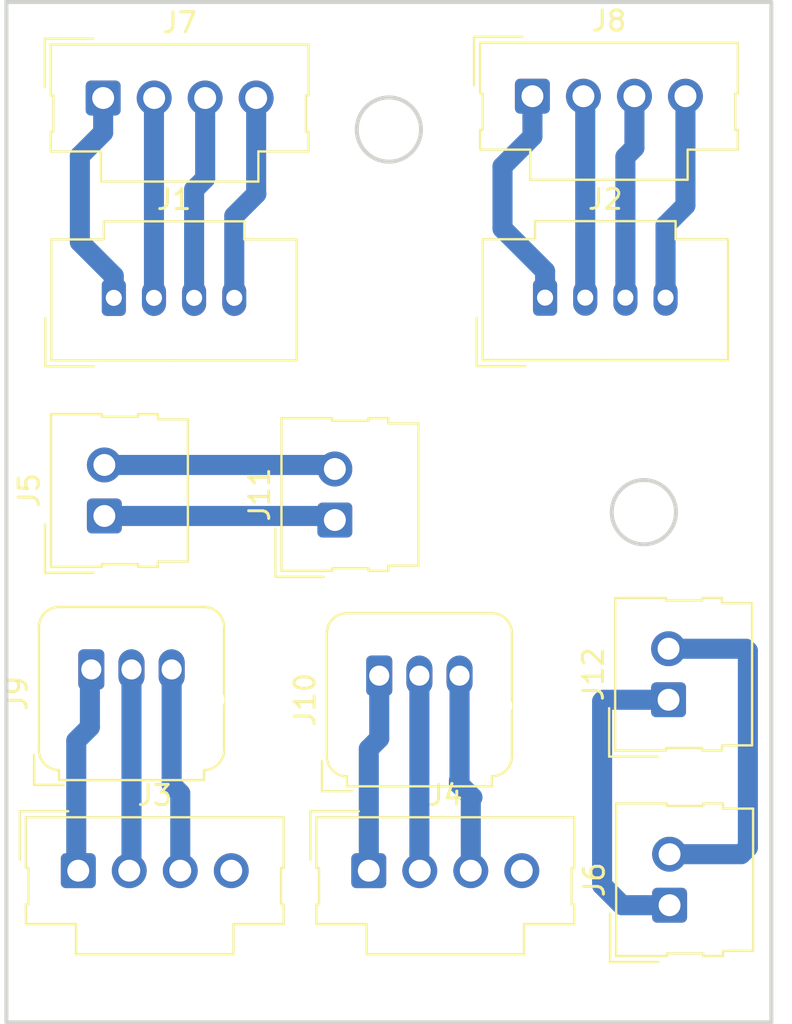
<source format=kicad_pcb>
(kicad_pcb (version 20211014) (generator pcbnew)
  (layers (0 "F.Cu" signal) (31 "B.Cu" signal) (34 "B.Paste" user) (35 "F.Paste" user) (36 "B.SilkS" user "B.Silkscreen") (37 "F.SilkS" user "F.Silkscreen") (38 "B.Mask" user) (39 "F.Mask" user) (44 "Edge.Cuts" user))
  (net 0 "")
  (net 1 "/A_Z+")
  (net 2 "/A_Z-")
  (net 3 "/B_Z+")
  (net 4 "/B_Z-")
  (net 5 "/A_E+")
  (net 6 "/A_E-")
  (net 7 "/B_E+")
  (net 8 "/B_E-")
  (net 9 "/+24 V ")
  (net 10 "/GND Sensor")
  (net 11 "/Z Sensor home")
  (net 12 "/Z Sensor down")
  (net 13 "/Vacum +")
  (net 14 "/Vacum -")
  (net 15 "/Light +")
  (net 16 "/Light -")
  (footprint "Connector_Molex:Molex_SL_171971-0004_1x04_P2.54mm_Vertical" (layer "F.Cu") (at 201.46 33.9)
    (fp_text reference "J8" (at 3.81 -3.75) (layer "F.SilkS"))
    (fp_text value "Conn_01x04")
    (fp_line (start 10.23 -0.13) (end 10.23 -2.66) (layer "F.SilkS") (width 0.12))
    (fp_line (start -2.61 -2.66) (end -2.61 -0.13) (layer "F.SilkS") (width 0.12))
    (fp_line (start 10.1 -0.13) (end 10.23 -0.13) (layer "F.SilkS") (width 0.12))
    (fp_line (start -2.48 1.68) (end -2.61 1.68) (layer "F.SilkS") (width 0.12))
    (fp_line (start 10.23 2.66) (end 10.23 1.68) (layer "F.SilkS") (width 0.12))
    (fp_line (start -2.48 -0.13) (end -2.48 1.68) (layer "F.SilkS") (width 0.12))
    (fp_line (start -2.91 -0.55) (end -2.91 -2.96) (layer "F.SilkS") (width 0.12))
    (fp_line (start -2.61 -0.13) (end -2.48 -0.13) (layer "F.SilkS") (width 0.12))
    (fp_line (start 10.23 -2.66) (end -2.61 -2.66) (layer "F.SilkS") (width 0.12))
    (fp_line (start 10.1 1.68) (end 10.1 -0.13) (layer "F.SilkS") (width 0.12))
    (fp_line (start -2.91 -2.96) (end -0.5 -2.96) (layer "F.SilkS") (width 0.12))
    (fp_line (start -2.61 2.66) (end -0.11 2.66) (layer "F.SilkS") (width 0.12))
    (fp_line (start 7.73 4.16) (end 7.73 2.66) (layer "F.SilkS") (width 0.12))
    (fp_line (start -0.11 4.16) (end 7.73 4.16) (layer "F.SilkS") (width 0.12))
    (fp_line (start 10.23 1.68) (end 10.1 1.68) (layer "F.SilkS") (width 0.12))
    (fp_line (start 7.73 2.66) (end 10.23 2.66) (layer "F.SilkS") (width 0.12))
    (fp_line (start -0.11 2.66) (end -0.11 4.16) (layer "F.SilkS") (width 0.12))
    (fp_line (start -2.61 1.68) (end -2.61 2.66) (layer "F.SilkS") (width 0.12))
    (pad "1" thru_hole roundrect (at 0 0) (size 1.74 1.74) (drill 1.09) (layers *.Cu *.Mask) (roundrect_rratio 0.1436781609) (net 5 "/A_E+"))
    (pad "2" thru_hole circle (at 2.54 0) (size 1.74 1.74) (drill 1.09) (layers *.Cu *.Mask) (net 6 "/A_E-"))
    (pad "3" thru_hole circle (at 5.08 0) (size 1.74 1.74) (drill 1.09) (layers *.Cu *.Mask) (net 7 "/B_E+"))
    (pad "4" thru_hole circle (at 7.62 0) (size 1.74 1.74) (drill 1.09) (layers *.Cu *.Mask) (net 8 "/B_E-"))
  )
  (footprint "Connector_Molex:Molex_MicroClasp_55932-0430_1x04_P2.00mm_Vertical" (layer "F.Cu") (at 202.09 43.93)
    (fp_text reference "J2" (at 3 -4.9) (layer "F.SilkS"))
    (fp_text value "Conn_01x04")
    (fp_line (start -3.11 -2.91) (end -3.11 3.11) (layer "F.SilkS") (width 0.12))
    (fp_line (start 6.5 -3.81) (end 6.5 -2.91) (layer "F.SilkS") (width 0.12))
    (fp_line (start -3.11 3.11) (end 3 3.11) (layer "F.SilkS") (width 0.12))
    (fp_line (start 3 -3.81) (end -0.5 -3.81) (layer "F.SilkS") (width 0.12))
    (fp_line (start 9.11 -2.91) (end 9.11 3.11) (layer "F.SilkS") (width 0.12))
    (fp_line (start -3.41 3.41) (end -1 3.41) (layer "F.SilkS") (width 0.12))
    (fp_line (start -0.5 -3.81) (end -0.5 -2.91) (layer "F.SilkS") (width 0.12))
    (fp_line (start 3 -3.81) (end 6.5 -3.81) (layer "F.SilkS") (width 0.12))
    (fp_line (start 6.5 -2.91) (end 9.11 -2.91) (layer "F.SilkS") (width 0.12))
    (fp_line (start -3.41 1) (end -3.41 3.41) (layer "F.SilkS") (width 0.12))
    (fp_line (start 9.11 3.11) (end 3 3.11) (layer "F.SilkS") (width 0.12))
    (fp_line (start -0.5 -2.91) (end -3.11 -2.91) (layer "F.SilkS") (width 0.12))
    (pad "1" thru_hole roundrect (at 0 0) (size 1.2 1.8) (drill 0.8) (layers *.Cu *.Mask) (roundrect_rratio 0.2083333333) (net 5 "/A_E+"))
    (pad "2" thru_hole oval (at 2 0) (size 1.2 1.8) (drill 0.8) (layers *.Cu *.Mask) (net 6 "/A_E-"))
    (pad "3" thru_hole oval (at 4 0) (size 1.2 1.8) (drill 0.8) (layers *.Cu *.Mask) (net 7 "/B_E+"))
    (pad "4" thru_hole oval (at 6 0) (size 1.2 1.8) (drill 0.8) (layers *.Cu *.Mask) (net 8 "/B_E-"))
  )
  (footprint "Connector_JST:JST_JWPF_B03B-JWPF-SK-R_1x03_P2.00mm_Vertical" (layer "F.Cu") (at 179.49 62.44 90)
    (fp_text reference "J9" (at -1.2 -3.7 90) (layer "F.SilkS"))
    (fp_text value "Conn_01x04")
    (fp_line (start -4.01 6.61) (end 2.11 6.61) (layer "F.SilkS") (width 0.12))
    (fp_line (start -5.75 -2.85) (end -4.25 -2.85) (layer "F.SilkS") (width 0.12))
    (fp_line (start -5.75 -1.35) (end -5.75 -2.85) (layer "F.SilkS") (width 0.12))
    (fp_line (start -5.51 5.61) (end -5.01 5.61) (layer "F.SilkS") (width 0.12))
    (fp_line (start -4.01 -2.61) (end 2.11 -2.61) (layer "F.SilkS") (width 0.12))
    (fp_line (start -5.01 5.61) (end -5.01 5.61) (layer "F.SilkS") (width 0.12))
    (fp_line (start -5.01 -1.61) (end -5.51 -1.61) (layer "F.SilkS") (width 0.12))
    (fp_line (start -5.51 -1.61) (end -5.51 5.61) (layer "F.SilkS") (width 0.12))
    (fp_line (start 3.11 -1.61) (end 3.11 5.61) (layer "F.SilkS") (width 0.12))
    (fp_line (start -5.01 -1.61) (end -5.01 -1.61) (layer "F.SilkS") (width 0.12))
    (fp_arc (start 3.11 5.61) (mid 2.817107 6.317107) (end 2.11 6.61) (layer "F.SilkS") (width 0.12))
    (fp_arc (start 2.11 -2.61) (mid 2.817107 -2.317107) (end 3.11 -1.61) (layer "F.SilkS") (width 0.12))
    (fp_arc (start -4.01 6.61) (mid -4.717107 6.317107) (end -5.01 5.61) (layer "F.SilkS") (width 0.12))
    (fp_arc (start -5.01 -1.61) (mid -4.717107 -2.317107) (end -4.01 -2.61) (layer "F.SilkS") (width 0.12))
    (pad "" np_thru_hole circle (at -1.5 6.05 90) (size 1.15 1.15) (drill 1.15) (layers *.Cu *.Mask))
    (pad "1" thru_hole roundrect (at 0 0 90) (size 2 1.3) (drill 1) (layers *.Cu *.Mask) (roundrect_rratio 0.1923076923) (net 9 "/+24 V "))
    (pad "2" thru_hole oval (at 0 2 90) (size 2 1.3) (drill 1) (layers *.Cu *.Mask) (net 10 "/GND Sensor"))
    (pad "3" thru_hole oval (at 0 4 90) (size 2 1.3) (drill 1) (layers *.Cu *.Mask) (net 11 "/Z Sensor home"))
  )
  (footprint "Connector_Molex:Molex_SL_171971-0002_1x02_P2.54mm_Vertical" (layer "F.Cu") (at 191.62 55 90)
    (fp_text reference "J11" (at 1.27 -3.75 90) (layer "F.SilkS"))
    (fp_text value "Conn_01x02")
    (fp_line (start -2.53 2.66) (end -2.27 2.66) (layer "F.SilkS") (width 0.12))
    (fp_line (start -2.53 -0.13) (end -2.4 -0.13) (layer "F.SilkS") (width 0.12))
    (fp_line (start 4.81 2.66) (end 5.07 2.66) (layer "F.SilkS") (width 0.12))
    (fp_line (start -2.27 4.16) (end 4.81 4.16) (layer "F.SilkS") (width 0.12))
    (fp_line (start 4.81 4.16) (end 4.81 2.66) (layer "F.SilkS") (width 0.12))
    (fp_line (start -2.83 -0.55) (end -2.83 -2.96) (layer "F.SilkS") (width 0.12))
    (fp_line (start 4.94 1.68) (end 4.94 -0.13) (layer "F.SilkS") (width 0.12))
    (fp_line (start -2.4 -0.13) (end -2.4 1.68) (layer "F.SilkS") (width 0.12))
    (fp_line (start 5.07 -0.13) (end 5.07 -2.66) (layer "F.SilkS") (width 0.12))
    (fp_line (start 4.94 -0.13) (end 5.07 -0.13) (layer "F.SilkS") (width 0.12))
    (fp_line (start -2.83 -2.96) (end -0.42 -2.96) (layer "F.SilkS") (width 0.12))
    (fp_line (start -2.4 1.68) (end -2.53 1.68) (layer "F.SilkS") (width 0.12))
    (fp_line (start -2.53 1.68) (end -2.53 2.66) (layer "F.SilkS") (width 0.12))
    (fp_line (start -2.27 2.66) (end -2.27 4.16) (layer "F.SilkS") (width 0.12))
    (fp_line (start 5.07 2.66) (end 5.07 1.68) (layer "F.SilkS") (width 0.12))
    (fp_line (start -2.53 -2.66) (end -2.53 -0.13) (layer "F.SilkS") (width 0.12))
    (fp_line (start 5.07 1.68) (end 4.94 1.68) (layer "F.SilkS") (width 0.12))
    (fp_line (start 5.07 -2.66) (end -2.53 -2.66) (layer "F.SilkS") (width 0.12))
    (pad "1" thru_hole roundrect (at 0 0 90) (size 1.74 1.74) (drill 1.09) (layers *.Cu *.Mask) (roundrect_rratio 0.1436781609) (net 13 "/Vacum +"))
    (pad "2" thru_hole circle (at 2.54 0 90) (size 1.74 1.74) (drill 1.09) (layers *.Cu *.Mask) (net 14 "/Vacum -"))
  )
  (footprint "Connector_Molex:Molex_SL_171971-0004_1x04_P2.54mm_Vertical" (layer "F.Cu") (at 193.31 72.46)
    (fp_text reference "J4" (at 3.81 -3.75) (layer "F.SilkS"))
    (fp_text value "Conn_01x04")
    (fp_line (start 10.23 2.66) (end 10.23 1.68) (layer "F.SilkS") (width 0.12))
    (fp_line (start -2.91 -0.55) (end -2.91 -2.96) (layer "F.SilkS") (width 0.12))
    (fp_line (start 7.73 4.16) (end 7.73 2.66) (layer "F.SilkS") (width 0.12))
    (fp_line (start 10.23 -0.13) (end 10.23 -2.66) (layer "F.SilkS") (width 0.12))
    (fp_line (start -0.11 2.66) (end -0.11 4.16) (layer "F.SilkS") (width 0.12))
    (fp_line (start -2.48 -0.13) (end -2.48 1.68) (layer "F.SilkS") (width 0.12))
    (fp_line (start 10.23 1.68) (end 10.1 1.68) (layer "F.SilkS") (width 0.12))
    (fp_line (start 10.1 1.68) (end 10.1 -0.13) (layer "F.SilkS") (width 0.12))
    (fp_line (start 7.73 2.66) (end 10.23 2.66) (layer "F.SilkS") (width 0.12))
    (fp_line (start 10.23 -2.66) (end -2.61 -2.66) (layer "F.SilkS") (width 0.12))
    (fp_line (start -2.91 -2.96) (end -0.5 -2.96) (layer "F.SilkS") (width 0.12))
    (fp_line (start -0.11 4.16) (end 7.73 4.16) (layer "F.SilkS") (width 0.12))
    (fp_line (start -2.61 -2.66) (end -2.61 -0.13) (layer "F.SilkS") (width 0.12))
    (fp_line (start 10.1 -0.13) (end 10.23 -0.13) (layer "F.SilkS") (width 0.12))
    (fp_line (start -2.61 -0.13) (end -2.48 -0.13) (layer "F.SilkS") (width 0.12))
    (fp_line (start -2.61 1.68) (end -2.61 2.66) (layer "F.SilkS") (width 0.12))
    (fp_line (start -2.48 1.68) (end -2.61 1.68) (layer "F.SilkS") (width 0.12))
    (fp_line (start -2.61 2.66) (end -0.11 2.66) (layer "F.SilkS") (width 0.12))
    (pad "1" thru_hole roundrect (at 0 0) (size 1.74 1.74) (drill 1.09) (layers *.Cu *.Mask) (roundrect_rratio 0.1436781609) (net 9 "/+24 V "))
    (pad "2" thru_hole circle (at 2.54 0) (size 1.74 1.74) (drill 1.09) (layers *.Cu *.Mask) (net 10 "/GND Sensor"))
    (pad "3" thru_hole circle (at 5.08 0) (size 1.74 1.74) (drill 1.09) (layers *.Cu *.Mask) (net 12 "/Z Sensor down"))
    (pad "4" thru_hole circle (at 7.62 0) (size 1.74 1.74) (drill 1.09) (layers *.Cu *.Mask))
  )
  (footprint "Connector_Molex:Molex_SL_171971-0002_1x02_P2.54mm_Vertical" (layer "F.Cu") (at 208.24 63.95 90)
    (fp_text reference "J12" (at 1.27 -3.75 90) (layer "F.SilkS"))
    (fp_text value "Conn_01x02")
    (fp_line (start 5.07 2.66) (end 5.07 1.68) (layer "F.SilkS") (width 0.12))
    (fp_line (start -2.53 2.66) (end -2.27 2.66) (layer "F.SilkS") (width 0.12))
    (fp_line (start -2.4 1.68) (end -2.53 1.68) (layer "F.SilkS") (width 0.12))
    (fp_line (start -2.53 -0.13) (end -2.4 -0.13) (layer "F.SilkS") (width 0.12))
    (fp_line (start -2.53 -2.66) (end -2.53 -0.13) (layer "F.SilkS") (width 0.12))
    (fp_line (start 4.94 -0.13) (end 5.07 -0.13) (layer "F.SilkS") (width 0.12))
    (fp_line (start -2.83 -0.55) (end -2.83 -2.96) (layer "F.SilkS") (width 0.12))
    (fp_line (start -2.83 -2.96) (end -0.42 -2.96) (layer "F.SilkS") (width 0.12))
    (fp_line (start 4.94 1.68) (end 4.94 -0.13) (layer "F.SilkS") (width 0.12))
    (fp_line (start 4.81 4.16) (end 4.81 2.66) (layer "F.SilkS") (width 0.12))
    (fp_line (start 5.07 -2.66) (end -2.53 -2.66) (layer "F.SilkS") (width 0.12))
    (fp_line (start -2.27 4.16) (end 4.81 4.16) (layer "F.SilkS") (width 0.12))
    (fp_line (start -2.27 2.66) (end -2.27 4.16) (layer "F.SilkS") (width 0.12))
    (fp_line (start 5.07 1.68) (end 4.94 1.68) (layer "F.SilkS") (width 0.12))
    (fp_line (start -2.53 1.68) (end -2.53 2.66) (layer "F.SilkS") (width 0.12))
    (fp_line (start 5.07 -0.13) (end 5.07 -2.66) (layer "F.SilkS") (width 0.12))
    (fp_line (start -2.4 -0.13) (end -2.4 1.68) (layer "F.SilkS") (width 0.12))
    (fp_line (start 4.81 2.66) (end 5.07 2.66) (layer "F.SilkS") (width 0.12))
    (pad "1" thru_hole roundrect (at 0 0 90) (size 1.74 1.74) (drill 1.09) (layers *.Cu *.Mask) (roundrect_rratio 0.1436781609) (net 15 "/Light +"))
    (pad "2" thru_hole circle (at 2.54 0 90) (size 1.74 1.74) (drill 1.09) (layers *.Cu *.Mask) (net 16 "/Light -"))
  )
  (footprint "Connector_Molex:Molex_MicroClasp_55932-0410_1x04_P2.00mm_Vertical" (layer "F.Cu") (at 180.61 43.94)
    (fp_text reference "J1" (at 3 -4.9) (layer "F.SilkS"))
    (fp_text value "Conn_01x04")
    (fp_line (start 3 -3.81) (end 6.5 -3.81) (layer "F.SilkS") (width 0.12))
    (fp_line (start -0.5 -3.81) (end -0.5 -2.91) (layer "F.SilkS") (width 0.12))
    (fp_line (start -3.11 3.11) (end 3 3.11) (layer "F.SilkS") (width 0.12))
    (fp_line (start -3.11 -2.91) (end -3.11 3.11) (layer "F.SilkS") (width 0.12))
    (fp_line (start 6.5 -3.81) (end 6.5 -2.91) (layer "F.SilkS") (width 0.12))
    (fp_line (start 9.11 -2.91) (end 9.11 3.11) (layer "F.SilkS") (width 0.12))
    (fp_line (start -3.41 1) (end -3.41 3.41) (layer "F.SilkS") (width 0.12))
    (fp_line (start -3.41 3.41) (end -1 3.41) (layer "F.SilkS") (width 0.12))
    (fp_line (start 3 -3.81) (end -0.5 -3.81) (layer "F.SilkS") (width 0.12))
    (fp_line (start -0.5 -2.91) (end -3.11 -2.91) (layer "F.SilkS") (width 0.12))
    (fp_line (start 9.11 3.11) (end 3 3.11) (layer "F.SilkS") (width 0.12))
    (fp_line (start 6.5 -2.91) (end 9.11 -2.91) (layer "F.SilkS") (width 0.12))
    (pad "" np_thru_hole circle (at 8 -1.9) (size 1.3 1.3) (drill 1.3) (layers *.Cu *.Mask))
    (pad "1" thru_hole roundrect (at 0 0) (size 1.2 1.8) (drill 0.8) (layers *.Cu *.Mask) (roundrect_rratio 0.2083333333) (net 1 "/A_Z+"))
    (pad "2" thru_hole oval (at 2 0) (size 1.2 1.8) (drill 0.8) (layers *.Cu *.Mask) (net 2 "/A_Z-"))
    (pad "3" thru_hole oval (at 4 0) (size 1.2 1.8) (drill 0.8) (layers *.Cu *.Mask) (net 3 "/B_Z+"))
    (pad "4" thru_hole oval (at 6 0) (size 1.2 1.8) (drill 0.8) (layers *.Cu *.Mask) (net 4 "/B_Z-"))
  )
  (footprint "Connector_Molex:Molex_SL_171971-0004_1x04_P2.54mm_Vertical" (layer "F.Cu") (at 180.08 33.99)
    (fp_text reference "J7" (at 3.81 -3.75) (layer "F.SilkS"))
    (fp_text value "Conn_01x04")
    (fp_line (start 7.73 2.66) (end 10.23 2.66) (layer "F.SilkS") (width 0.12))
    (fp_line (start -2.91 -0.55) (end -2.91 -2.96) (layer "F.SilkS") (width 0.12))
    (fp_line (start -2.61 -0.13) (end -2.48 -0.13) (layer "F.SilkS") (width 0.12))
    (fp_line (start 7.73 4.16) (end 7.73 2.66) (layer "F.SilkS") (width 0.12))
    (fp_line (start -0.11 2.66) (end -0.11 4.16) (layer "F.SilkS") (width 0.12))
    (fp_line (start 10.23 -2.66) (end -2.61 -2.66) (layer "F.SilkS") (width 0.12))
    (fp_line (start 10.1 -0.13) (end 10.23 -0.13) (layer "F.SilkS") (width 0.12))
    (fp_line (start -0.11 4.16) (end 7.73 4.16) (layer "F.SilkS") (width 0.12))
    (fp_line (start -2.61 1.68) (end -2.61 2.66) (layer "F.SilkS") (width 0.12))
    (fp_line (start 10.23 1.68) (end 10.1 1.68) (layer "F.SilkS") (width 0.12))
    (fp_line (start -2.61 -2.66) (end -2.61 -0.13) (layer "F.SilkS") (width 0.12))
    (fp_line (start -2.48 1.68) (end -2.61 1.68) (layer "F.SilkS") (width 0.12))
    (fp_line (start 10.23 2.66) (end 10.23 1.68) (layer "F.SilkS") (width 0.12))
    (fp_line (start -2.91 -2.96) (end -0.5 -2.96) (layer "F.SilkS") (width 0.12))
    (fp_line (start 10.23 -0.13) (end 10.23 -2.66) (layer "F.SilkS") (width 0.12))
    (fp_line (start 10.1 1.68) (end 10.1 -0.13) (layer "F.SilkS") (width 0.12))
    (fp_line (start -2.48 -0.13) (end -2.48 1.68) (layer "F.SilkS") (width 0.12))
    (fp_line (start -2.61 2.66) (end -0.11 2.66) (layer "F.SilkS") (width 0.12))
    (pad "1" thru_hole roundrect (at 0 0) (size 1.74 1.74) (drill 1.09) (layers *.Cu *.Mask) (roundrect_rratio 0.1436781609) (net 1 "/A_Z+"))
    (pad "2" thru_hole circle (at 2.54 0) (size 1.74 1.74) (drill 1.09) (layers *.Cu *.Mask) (net 2 "/A_Z-"))
    (pad "3" thru_hole circle (at 5.08 0) (size 1.74 1.74) (drill 1.09) (layers *.Cu *.Mask) (net 3 "/B_Z+"))
    (pad "4" thru_hole circle (at 7.62 0) (size 1.74 1.74) (drill 1.09) (layers *.Cu *.Mask) (net 4 "/B_Z-"))
  )
  (footprint "Connector_Molex:Molex_SL_171971-0002_1x02_P2.54mm_Vertical" (layer "F.Cu") (at 180.14 54.8 90)
    (fp_text reference "J5" (at 1.27 -3.75 90) (layer "F.SilkS"))
    (fp_text value "Conn_01x02")
    (fp_line (start 5.07 -2.66) (end -2.53 -2.66) (layer "F.SilkS") (width 0.12))
    (fp_line (start -2.53 -0.13) (end -2.4 -0.13) (layer "F.SilkS") (width 0.12))
    (fp_line (start 4.94 1.68) (end 4.94 -0.13) (layer "F.SilkS") (width 0.12))
    (fp_line (start -2.53 2.66) (end -2.27 2.66) (layer "F.SilkS") (width 0.12))
    (fp_line (start -2.27 4.16) (end 4.81 4.16) (layer "F.SilkS") (width 0.12))
    (fp_line (start 4.81 2.66) (end 5.07 2.66) (layer "F.SilkS") (width 0.12))
    (fp_line (start 5.07 1.68) (end 4.94 1.68) (layer "F.SilkS") (width 0.12))
    (fp_line (start -2.53 1.68) (end -2.53 2.66) (layer "F.SilkS") (width 0.12))
    (fp_line (start -2.27 2.66) (end -2.27 4.16) (layer "F.SilkS") (width 0.12))
    (fp_line (start -2.53 -2.66) (end -2.53 -0.13) (layer "F.SilkS") (width 0.12))
    (fp_line (start -2.83 -2.96) (end -0.42 -2.96) (layer "F.SilkS") (width 0.12))
    (fp_line (start 5.07 -0.13) (end 5.07 -2.66) (layer "F.SilkS") (width 0.12))
    (fp_line (start 4.81 4.16) (end 4.81 2.66) (layer "F.SilkS") (width 0.12))
    (fp_line (start -2.4 -0.13) (end -2.4 1.68) (layer "F.SilkS") (width 0.12))
    (fp_line (start -2.4 1.68) (end -2.53 1.68) (layer "F.SilkS") (width 0.12))
    (fp_line (start 5.07 2.66) (end 5.07 1.68) (layer "F.SilkS") (width 0.12))
    (fp_line (start 4.94 -0.13) (end 5.07 -0.13) (layer "F.SilkS") (width 0.12))
    (fp_line (start -2.83 -0.55) (end -2.83 -2.96) (layer "F.SilkS") (width 0.12))
    (pad "1" thru_hole roundrect (at 0 0 90) (size 1.74 1.74) (drill 1.09) (layers *.Cu *.Mask) (roundrect_rratio 0.1436781609) (net 13 "/Vacum +"))
    (pad "2" thru_hole circle (at 2.54 0 90) (size 1.74 1.74) (drill 1.09) (layers *.Cu *.Mask) (net 14 "/Vacum -"))
  )
  (footprint "Connector_Molex:Molex_SL_171971-0004_1x04_P2.54mm_Vertical" (layer "F.Cu") (at 178.84 72.46)
    (fp_text reference "J3" (at 3.81 -3.75) (layer "F.SilkS"))
    (fp_text value "Conn_01x04")
    (fp_line (start 7.73 2.66) (end 10.23 2.66) (layer "F.SilkS") (width 0.12))
    (fp_line (start -2.91 -2.96) (end -0.5 -2.96) (layer "F.SilkS") (width 0.12))
    (fp_line (start -2.61 -2.66) (end -2.61 -0.13) (layer "F.SilkS") (width 0.12))
    (fp_line (start 7.73 4.16) (end 7.73 2.66) (layer "F.SilkS") (width 0.12))
    (fp_line (start 10.23 -0.13) (end 10.23 -2.66) (layer "F.SilkS") (width 0.12))
    (fp_line (start 10.23 1.68) (end 10.1 1.68) (layer "F.SilkS") (width 0.12))
    (fp_line (start -2.48 -0.13) (end -2.48 1.68) (layer "F.SilkS") (width 0.12))
    (fp_line (start -0.11 2.66) (end -0.11 4.16) (layer "F.SilkS") (width 0.12))
    (fp_line (start 10.23 -2.66) (end -2.61 -2.66) (layer "F.SilkS") (width 0.12))
    (fp_line (start -2.61 1.68) (end -2.61 2.66) (layer "F.SilkS") (width 0.12))
    (fp_line (start -2.48 1.68) (end -2.61 1.68) (layer "F.SilkS") (width 0.12))
    (fp_line (start 10.1 1.68) (end 10.1 -0.13) (layer "F.SilkS") (width 0.12))
    (fp_line (start -0.11 4.16) (end 7.73 4.16) (layer "F.SilkS") (width 0.12))
    (fp_line (start -2.61 2.66) (end -0.11 2.66) (layer "F.SilkS") (width 0.12))
    (fp_line (start 10.1 -0.13) (end 10.23 -0.13) (layer "F.SilkS") (width 0.12))
    (fp_line (start -2.91 -0.55) (end -2.91 -2.96) (layer "F.SilkS") (width 0.12))
    (fp_line (start -2.61 -0.13) (end -2.48 -0.13) (layer "F.SilkS") (width 0.12))
    (fp_line (start 10.23 2.66) (end 10.23 1.68) (layer "F.SilkS") (width 0.12))
    (pad "1" thru_hole roundrect (at 0 0) (size 1.74 1.74) (drill 1.09) (layers *.Cu *.Mask) (roundrect_rratio 0.1436781609) (net 9 "/+24 V "))
    (pad "2" thru_hole circle (at 2.54 0) (size 1.74 1.74) (drill 1.09) (layers *.Cu *.Mask) (net 10 "/GND Sensor"))
    (pad "3" thru_hole circle (at 5.08 0) (size 1.74 1.74) (drill 1.09) (layers *.Cu *.Mask) (net 11 "/Z Sensor home"))
    (pad "4" thru_hole circle (at 7.62 0) (size 1.74 1.74) (drill 1.09) (layers *.Cu *.Mask))
  )
  (footprint "Connector_Molex:Molex_SL_171971-0002_1x02_P2.54mm_Vertical" (layer "F.Cu") (at 208.29 74.18 90)
    (fp_text reference "J6" (at 1.27 -3.75 90) (layer "F.SilkS"))
    (fp_text value "Conn_01x02")
    (fp_line (start -2.27 2.66) (end -2.27 4.16) (layer "F.SilkS") (width 0.12))
    (fp_line (start 4.81 4.16) (end 4.81 2.66) (layer "F.SilkS") (width 0.12))
    (fp_line (start 4.94 -0.13) (end 5.07 -0.13) (layer "F.SilkS") (width 0.12))
    (fp_line (start 5.07 1.68) (end 4.94 1.68) (layer "F.SilkS") (width 0.12))
    (fp_line (start -2.4 1.68) (end -2.53 1.68) (layer "F.SilkS") (width 0.12))
    (fp_line (start -2.27 4.16) (end 4.81 4.16) (layer "F.SilkS") (width 0.12))
    (fp_line (start 4.94 1.68) (end 4.94 -0.13) (layer "F.SilkS") (width 0.12))
    (fp_line (start 5.07 -2.66) (end -2.53 -2.66) (layer "F.SilkS") (width 0.12))
    (fp_line (start 4.81 2.66) (end 5.07 2.66) (layer "F.SilkS") (width 0.12))
    (fp_line (start -2.83 -2.96) (end -0.42 -2.96) (layer "F.SilkS") (width 0.12))
    (fp_line (start -2.53 2.66) (end -2.27 2.66) (layer "F.SilkS") (width 0.12))
    (fp_line (start -2.53 1.68) (end -2.53 2.66) (layer "F.SilkS") (width 0.12))
    (fp_line (start -2.53 -2.66) (end -2.53 -0.13) (layer "F.SilkS") (width 0.12))
    (fp_line (start 5.07 2.66) (end 5.07 1.68) (layer "F.SilkS") (width 0.12))
    (fp_line (start -2.53 -0.13) (end -2.4 -0.13) (layer "F.SilkS") (width 0.12))
    (fp_line (start -2.4 -0.13) (end -2.4 1.68) (layer "F.SilkS") (width 0.12))
    (fp_line (start -2.83 -0.55) (end -2.83 -2.96) (layer "F.SilkS") (width 0.12))
    (fp_line (start 5.07 -0.13) (end 5.07 -2.66) (layer "F.SilkS") (width 0.12))
    (pad "1" thru_hole roundrect (at 0 0 90) (size 1.74 1.74) (drill 1.09) (layers *.Cu *.Mask) (roundrect_rratio 0.1436781609) (net 15 "/Light +"))
    (pad "2" thru_hole circle (at 2.54 0 90) (size 1.74 1.74) (drill 1.09) (layers *.Cu *.Mask) (net 16 "/Light -"))
  )
  (footprint "Connector_JST:JST_JWPF_B03B-JWPF-SK-R_1x03_P2.00mm_Vertical" (layer "F.Cu") (at 193.83 62.75 90)
    (fp_text reference "J10" (at -1.2 -3.7 90) (layer "F.SilkS"))
    (fp_text value "Conn_01x04")
    (fp_line (start -5.51 5.61) (end -5.01 5.61) (layer "F.SilkS") (width 0.12))
    (fp_line (start -5.51 -1.61) (end -5.51 5.61) (layer "F.SilkS") (width 0.12))
    (fp_line (start 3.11 -1.61) (end 3.11 5.61) (layer "F.SilkS") (width 0.12))
    (fp_line (start -5.01 5.61) (end -5.01 5.61) (layer "F.SilkS") (width 0.12))
    (fp_line (start -4.01 6.61) (end 2.11 6.61) (layer "F.SilkS") (width 0.12))
    (fp_line (start -5.01 -1.61) (end -5.51 -1.61) (layer "F.SilkS") (width 0.12))
    (fp_line (start -5.75 -1.35) (end -5.75 -2.85) (layer "F.SilkS") (width 0.12))
    (fp_line (start -5.01 -1.61) (end -5.01 -1.61) (layer "F.SilkS") (width 0.12))
    (fp_line (start -4.01 -2.61) (end 2.11 -2.61) (layer "F.SilkS") (width 0.12))
    (fp_line (start -5.75 -2.85) (end -4.25 -2.85) (layer "F.SilkS") (width 0.12))
    (fp_arc (start -4.01 6.61) (mid -4.717107 6.317107) (end -5.01 5.61) (layer "F.SilkS") (width 0.12))
    (fp_arc (start 3.11 5.61) (mid 2.817107 6.317107) (end 2.11 6.61) (layer "F.SilkS") (width 0.12))
    (fp_arc (start 2.11 -2.61) (mid 2.817107 -2.317107) (end 3.11 -1.61) (layer "F.SilkS") (width 0.12))
    (fp_arc (start -5.01 -1.61) (mid -4.717107 -2.317107) (end -4.01 -2.61) (layer "F.SilkS") (width 0.12))
    (pad "" np_thru_hole circle (at -1.5 6.05 90) (size 1.15 1.15) (drill 1.15) (layers *.Cu *.Mask))
    (pad "1" thru_hole roundrect (at 0 0 90) (size 2 1.3) (drill 1) (layers *.Cu *.Mask) (roundrect_rratio 0.1923076923) (net 9 "/+24 V "))
    (pad "2" thru_hole oval (at 0 2 90) (size 2 1.3) (drill 1) (layers *.Cu *.Mask) (net 10 "/GND Sensor"))
    (pad "3" thru_hole oval (at 0 4 90) (size 2 1.3) (drill 1) (layers *.Cu *.Mask) (net 12 "/Z Sensor down"))
  )
  (gr_rect (start 175.26 29.21) (end 213.36 80.01) (layer "Edge.Cuts") (width 0.2) (fill none))
  (gr_circle (center 207.01 54.61) (end 208.61 54.61) (layer "Edge.Cuts") (width 0.2) (fill none))
  (gr_circle (center 194.31 35.56) (end 195.91 35.56) (layer "Edge.Cuts") (width 0.2) (fill none))
  (segment (start 180.61 43.94) (end 180.61 42.85) (width 1) (layer "B.Cu") (net 1))
  (segment (start 180.08 35.71) (end 180.08 33.99) (width 1) (layer "B.Cu") (net 1))
  (segment (start 178.92 36.87) (end 180.08 35.71) (width 1) (layer "B.Cu") (net 1))
  (segment (start 178.92 41.16) (end 178.92 36.87) (width 1) (layer "B.Cu") (net 1))
  (segment (start 180.61 42.85) (end 178.92 41.16) (width 1) (layer "B.Cu") (net 1))
  (segment (start 182.61 43.94) (end 182.61 34) (width 1) (layer "B.Cu") (net 2))
  (segment (start 182.61 34) (end 182.62 33.99) (width 1) (layer "B.Cu") (net 2))
  (segment (start 184.61 43.94) (end 184.61 38.55) (width 1) (layer "B.Cu") (net 3))
  (segment (start 184.61 38.55) (end 185.16 38) (width 1) (layer "B.Cu") (net 3))
  (segment (start 185.16 38) (end 185.16 33.99) (width 1) (layer "B.Cu") (net 3))
  (segment (start 186.61 43.94) (end 186.61 39.86) (width 1) (layer "B.Cu") (net 4))
  (segment (start 187.71 38.76) (end 187.7 38.75) (width 1) (layer "B.Cu") (net 4))
  (segment (start 186.61 39.86) (end 187.71 38.76) (width 1) (layer "B.Cu") (net 4))
  (segment (start 187.7 38.75) (end 187.7 33.99) (width 1) (layer "B.Cu") (net 4))
  (segment (start 202.09 43.93) (end 202.09 42.61) (width 1) (layer "B.Cu") (net 5))
  (segment (start 199.97 37.4) (end 201.46 35.91) (width 1) (layer "B.Cu") (net 5))
  (segment (start 201.46 35.91) (end 201.46 33.9) (width 1) (layer "B.Cu") (net 5))
  (segment (start 202.09 42.61) (end 199.97 40.49) (width 1) (layer "B.Cu") (net 5))
  (segment (start 199.97 40.49) (end 199.97 37.4) (width 1) (layer "B.Cu") (net 5))
  (segment (start 204.09 43.93) (end 204.09 33.99) (width 1) (layer "B.Cu") (net 6))
  (segment (start 204.09 33.99) (end 204 33.9) (width 1) (layer "B.Cu") (net 6))
  (segment (start 206.09 43.93) (end 206.09 36.92) (width 1) (layer "B.Cu") (net 7))
  (segment (start 206.09 36.92) (end 206.54 36.47) (width 1) (layer "B.Cu") (net 7))
  (segment (start 206.54 36.47) (end 206.54 33.9) (width 1) (layer "B.Cu") (net 7))
  (segment (start 208.09 40.33) (end 209.08 39.34) (width 1) (layer "B.Cu") (net 8))
  (segment (start 208.09 43.93) (end 208.09 40.33) (width 1) (layer "B.Cu") (net 8))
  (segment (start 209.08 39.34) (end 209.08 33.9) (width 1) (layer "B.Cu") (net 8))
  (segment (start 193.76 62.82) (end 193.83 62.75) (width 1) (layer "B.Cu") (net 9))
  (segment (start 193.83 62.75) (end 193.83 65.88) (width 1) (layer "B.Cu") (net 9))
  (segment (start 179.5 62.45) (end 179.49 62.44) (width 1) (layer "B.Cu") (net 9))
  (segment (start 193.88 62.7) (end 193.83 62.75) (width 1) (layer "B.Cu") (net 9))
  (segment (start 193.83 65.88) (end 193.31 66.4) (width 1) (layer "B.Cu") (net 9))
  (segment (start 179.42 65.31) (end 178.74 65.99) (width 1) (layer "B.Cu") (net 9))
  (segment (start 178.74 65.99) (end 178.74 72.36) (width 1) (layer "B.Cu") (net 9))
  (segment (start 179.49 62.44) (end 179.42 62.51) (width 1) (layer "B.Cu") (net 9))
  (segment (start 179.42 62.51) (end 179.42 65.31) (width 1) (layer "B.Cu") (net 9))
  (segment (start 178.74 72.36) (end 178.84 72.46) (width 1) (layer "B.Cu") (net 9))
  (segment (start 193.31 66.4) (end 193.31 72.46) (width 1) (layer "B.Cu") (net 9))
  (segment (start 195.83 62.75) (end 195.83 72.44) (width 1) (layer "B.Cu") (net 10))
  (segment (start 181.49 62.44) (end 181.49 72.35) (width 1) (layer "B.Cu") (net 10))
  (segment (start 195.83 72.44) (end 195.85 72.46) (width 1) (layer "B.Cu") (net 10))
  (segment (start 195.76 62.82) (end 195.83 62.75) (width 1) (layer "B.Cu") (net 10))
  (segment (start 181.5 62.45) (end 181.49 62.44) (width 1) (layer "B.Cu") (net 10))
  (segment (start 181.49 72.35) (end 181.38 72.46) (width 1) (layer "B.Cu") (net 10))
  (segment (start 183.5 62.45) (end 183.49 62.44) (width 1) (layer "B.Cu") (net 11))
  (segment (start 183.49 68.18) (end 183.92 68.61) (width 1) (layer "B.Cu") (net 11))
  (segment (start 183.92 68.61) (end 183.92 72.46) (width 1) (layer "B.Cu") (net 11))
  (segment (start 183.49 62.44) (end 183.49 68.18) (width 1) (layer "B.Cu") (net 11))
  (segment (start 197.8 68.14) (end 198.47 68.81) (width 1) (layer "B.Cu") (net 12))
  (segment (start 197.8 67.97) (end 197.8 68.14) (width 1) (layer "B.Cu") (net 12))
  (segment (start 197.83 67.94) (end 197.8 67.97) (width 1) (layer "B.Cu") (net 12))
  (segment (start 198.39 68.89) (end 198.39 72.46) (width 1) (layer "B.Cu") (net 12))
  (segment (start 198.47 68.81) (end 198.39 68.89) (width 1) (layer "B.Cu") (net 12))
  (segment (start 197.76 62.82) (end 197.83 62.75) (width 1) (layer "B.Cu") (net 12))
  (segment (start 197.83 62.75) (end 197.83 67.94) (width 1) (layer "B.Cu") (net 12))
  (segment (start 180.14 54.8) (end 191.42 54.8) (width 1) (layer "B.Cu") (net 13))
  (segment (start 191.42 54.8) (end 191.62 55) (width 1) (layer "B.Cu") (net 13))
  (segment (start 180.14 52.26) (end 191.42 52.26) (width 1) (layer "B.Cu") (net 14))
  (segment (start 191.42 52.26) (end 191.62 52.46) (width 1) (layer "B.Cu") (net 14))
  (segment (start 205.01 63.95) (end 208.24 63.95) (width 1) (layer "B.Cu") (net 15))
  (segment (start 204.93 64.03) (end 205.01 63.95) (width 1) (layer "B.Cu") (net 15))
  (segment (start 204.93 73.18) (end 204.93 64.03) (width 1) (layer "B.Cu") (net 15))
  (segment (start 205.93 74.18) (end 204.93 73.18) (width 1) (layer "B.Cu") (net 15))
  (segment (start 208.29 74.18) (end 205.93 74.18) (width 1) (layer "B.Cu") (net 15))
  (segment (start 212.08 61.41) (end 212.19 61.52) (width 1) (layer "B.Cu") (net 16))
  (segment (start 211.85 71.64) (end 208.29 71.64) (width 1) (layer "B.Cu") (net 16))
  (segment (start 212.19 71.3) (end 211.85 71.64) (width 1) (layer "B.Cu") (net 16))
  (segment (start 212.19 61.52) (end 212.19 71.3) (width 1) (layer "B.Cu") (net 16))
  (segment (start 208.24 61.41) (end 212.08 61.41) (width 1) (layer "B.Cu") (net 16))
)
</source>
